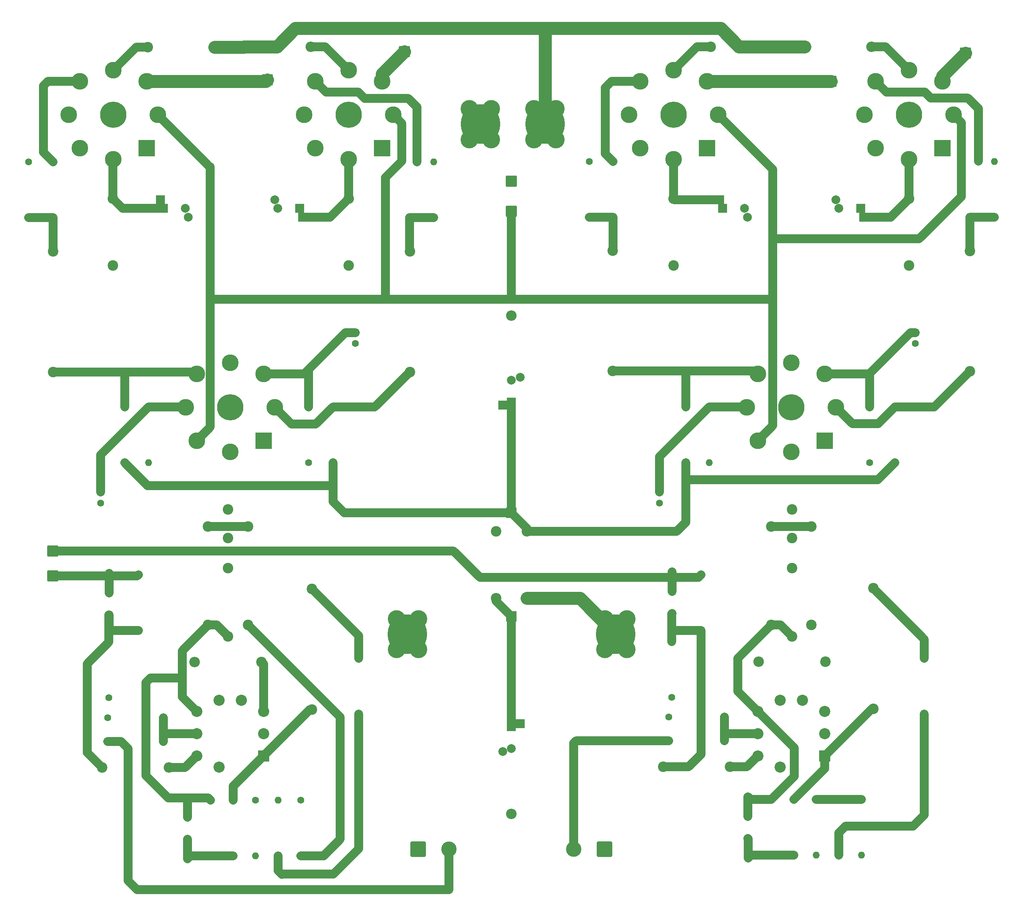
<source format=gbr>
%TF.GenerationSoftware,KiCad,Pcbnew,(6.0.0)*%
%TF.CreationDate,2022-02-22T13:29:25+00:00*%
%TF.ProjectId,Audionote Kit four v2,41756469-6f6e-46f7-9465-204b69742066,rev?*%
%TF.SameCoordinates,Original*%
%TF.FileFunction,Copper,L1,Top*%
%TF.FilePolarity,Positive*%
%FSLAX46Y46*%
G04 Gerber Fmt 4.6, Leading zero omitted, Abs format (unit mm)*
G04 Created by KiCad (PCBNEW (6.0.0)) date 2022-02-22 13:29:25*
%MOMM*%
%LPD*%
G01*
G04 APERTURE LIST*
G04 Aperture macros list*
%AMRoundRect*
0 Rectangle with rounded corners*
0 $1 Rounding radius*
0 $2 $3 $4 $5 $6 $7 $8 $9 X,Y pos of 4 corners*
0 Add a 4 corners polygon primitive as box body*
4,1,4,$2,$3,$4,$5,$6,$7,$8,$9,$2,$3,0*
0 Add four circle primitives for the rounded corners*
1,1,$1+$1,$2,$3*
1,1,$1+$1,$4,$5*
1,1,$1+$1,$6,$7*
1,1,$1+$1,$8,$9*
0 Add four rect primitives between the rounded corners*
20,1,$1+$1,$2,$3,$4,$5,0*
20,1,$1+$1,$4,$5,$6,$7,0*
20,1,$1+$1,$6,$7,$8,$9,0*
20,1,$1+$1,$8,$9,$2,$3,0*%
G04 Aperture macros list end*
%TA.AperFunction,ComponentPad*%
%ADD10C,1.600000*%
%TD*%
%TA.AperFunction,ComponentPad*%
%ADD11O,1.600000X1.600000*%
%TD*%
%TA.AperFunction,ComponentPad*%
%ADD12R,2.000000X2.000000*%
%TD*%
%TA.AperFunction,ComponentPad*%
%ADD13C,2.000000*%
%TD*%
%TA.AperFunction,ComponentPad*%
%ADD14C,2.400000*%
%TD*%
%TA.AperFunction,ComponentPad*%
%ADD15O,2.400000X2.400000*%
%TD*%
%TA.AperFunction,ComponentPad*%
%ADD16C,4.000000*%
%TD*%
%TA.AperFunction,ComponentPad*%
%ADD17C,9.000000*%
%TD*%
%TA.AperFunction,ComponentPad*%
%ADD18RoundRect,0.249999X-1.025001X-1.025001X1.025001X-1.025001X1.025001X1.025001X-1.025001X1.025001X0*%
%TD*%
%TA.AperFunction,ComponentPad*%
%ADD19C,6.000000*%
%TD*%
%TA.AperFunction,ComponentPad*%
%ADD20R,3.810000X3.810000*%
%TD*%
%TA.AperFunction,ComponentPad*%
%ADD21C,3.810000*%
%TD*%
%TA.AperFunction,ComponentPad*%
%ADD22R,2.400000X2.400000*%
%TD*%
%TA.AperFunction,ComponentPad*%
%ADD23R,2.540000X2.540000*%
%TD*%
%TA.AperFunction,ComponentPad*%
%ADD24C,2.540000*%
%TD*%
%TA.AperFunction,ComponentPad*%
%ADD25R,1.600000X1.600000*%
%TD*%
%TA.AperFunction,ComponentPad*%
%ADD26RoundRect,0.249999X-1.025001X1.025001X-1.025001X-1.025001X1.025001X-1.025001X1.025001X1.025001X0*%
%TD*%
%TA.AperFunction,ComponentPad*%
%ADD27RoundRect,0.250002X1.499998X1.499998X-1.499998X1.499998X-1.499998X-1.499998X1.499998X-1.499998X0*%
%TD*%
%TA.AperFunction,ComponentPad*%
%ADD28C,3.500000*%
%TD*%
%TA.AperFunction,ComponentPad*%
%ADD29RoundRect,0.250002X-1.499998X-1.499998X1.499998X-1.499998X1.499998X1.499998X-1.499998X1.499998X0*%
%TD*%
%TA.AperFunction,Conductor*%
%ADD30C,2.000000*%
%TD*%
%TA.AperFunction,Conductor*%
%ADD31C,3.000000*%
%TD*%
G04 APERTURE END LIST*
D10*
%TO.P,R35,1*%
%TO.N,Net-(C21-Pad2)*%
X229793149Y-215290000D03*
D11*
%TO.P,R35,2*%
%TO.N,+V3*%
X229793149Y-227990000D03*
%TD*%
D10*
%TO.P,R20,1*%
%TO.N,GND*%
X60510000Y-69850000D03*
D11*
%TO.P,R20,2*%
%TO.N,Net-(C12-Pad2)*%
X60510000Y-82550000D03*
%TD*%
D10*
%TO.P,6,1*%
%TO.N,+V3*%
X96677205Y-228790000D03*
%TD*%
%TO.P,1,2*%
%TO.N,Net-(C21-Pad2)*%
X224500590Y-216131181D03*
%TD*%
D12*
%TO.P,C15,1*%
%TO.N,Net-(C15-Pad1)*%
X91201072Y-80470000D03*
X90528928Y-78470000D03*
D13*
%TO.P,C15,2*%
%TO.N,GND*%
X96873216Y-82470000D03*
X96201072Y-80470000D03*
%TD*%
D10*
%TO.P,,1*%
%TO.N,LFb*%
X78860000Y-165160000D03*
%TD*%
D14*
%TO.P,R53,1*%
%TO.N,GND*%
X207550000Y-93530000D03*
D15*
%TO.P,R53,2*%
%TO.N,Net-(C31-Pad1)*%
X207550000Y-78290000D03*
%TD*%
D10*
%TO.P,2,2*%
%TO.N,Net-(C21-Pad2)*%
X224500590Y-217631181D03*
%TD*%
D14*
%TO.P,R37,1*%
%TO.N,Net-(C19-Pad2)*%
X205160000Y-207840000D03*
D15*
%TO.P,R37,2*%
%TO.N,Net-(R37-Pad2)*%
X220400000Y-207840000D03*
%TD*%
D10*
%TO.P,,1*%
%TO.N,LFb*%
X78860000Y-166660000D03*
%TD*%
%TO.P,R13,1*%
%TO.N,Net-(C6-Pad2)*%
X135750000Y-183040000D03*
D11*
%TO.P,R13,2*%
%TO.N,Net-(R12-Pad1)*%
X135750000Y-195740000D03*
%TD*%
D10*
%TO.P,R34,1*%
%TO.N,GND*%
X207132957Y-192006184D03*
D11*
%TO.P,R34,2*%
%TO.N,Net-(C19-Pad2)*%
X207132957Y-179306184D03*
%TD*%
D16*
%TO.P,REF\u002A\u002A,1*%
%TO.N,+V1*%
X180673800Y-64760400D03*
X180673800Y-57750000D03*
X175670000Y-64760400D03*
X175670000Y-57750000D03*
D17*
X178210000Y-61260400D03*
%TD*%
D14*
%TO.P,R26,1*%
%TO.N,Net-(R26-Pad1)*%
X87648640Y-43693914D03*
D15*
%TO.P,R26,2*%
%TO.N,+V1*%
X102888640Y-43693914D03*
%TD*%
D14*
%TO.P,C12,1*%
%TO.N,Net-(C12-Pad1)*%
X66039337Y-117774579D03*
%TO.P,C12,2*%
%TO.N,Net-(C12-Pad2)*%
X66039337Y-90274579D03*
%TD*%
%TO.P,,2*%
%TO.N,Net-(C7-Pad2)*%
X105950000Y-155650000D03*
%TD*%
D18*
%TO.P,RFb,1,Pin_1*%
%TO.N,RFb*%
X66020000Y-158590687D03*
%TD*%
D10*
%TO.P,,1*%
%TO.N,LFb*%
X78860000Y-163660000D03*
%TD*%
D19*
%TO.P,U3,*%
%TO.N,*%
X79753555Y-59146499D03*
D20*
%TO.P,U3,1*%
%TO.N,N/C*%
X87373555Y-66766499D03*
D21*
%TO.P,U3,2,H*%
%TO.N,F1a*%
X89913555Y-59146499D03*
%TO.P,U3,3,P*%
%TO.N,LPa*%
X87373555Y-51526499D03*
%TO.P,U3,4,Gs*%
%TO.N,Net-(R26-Pad1)*%
X79753555Y-48986499D03*
%TO.P,U3,5,G*%
%TO.N,Net-(R22-Pad2)*%
X72133555Y-51526499D03*
%TO.P,U3,6*%
%TO.N,N/C*%
X69593555Y-59146499D03*
%TO.P,U3,7,H*%
%TO.N,F1b*%
X72133555Y-66766499D03*
%TO.P,U3,8,K*%
%TO.N,Net-(C15-Pad1)*%
X79753555Y-69306499D03*
%TD*%
D18*
%TO.P,F1a,1,Pin_1*%
%TO.N,F1b*%
X170576000Y-74310000D03*
%TD*%
D22*
%TO.P,REF\u002A\u002A,1*%
%TO.N,+V4*%
X170560000Y-149900000D03*
D15*
%TO.P,REF\u002A\u002A,2*%
%TO.N,GND*%
X170560000Y-104900000D03*
%TD*%
D23*
%TO.P,U1,1,A*%
%TO.N,Net-(C6-Pad1)*%
X114030000Y-205316894D03*
D24*
%TO.P,U1,2,G*%
%TO.N,Net-(R10-Pad1)*%
X114030000Y-200236894D03*
%TO.P,U1,3,K*%
%TO.N,Net-(R9-Pad1)*%
X114030000Y-195156894D03*
%TO.P,U1,4,F*%
%TO.N,F2+*%
X108950000Y-192616894D03*
%TO.P,U1,5,F*%
%TO.N,GND*%
X103870000Y-192616894D03*
%TO.P,U1,6,A*%
%TO.N,Net-(C4-Pad2)*%
X98790000Y-195156894D03*
%TO.P,U1,7,G*%
%TO.N,Net-(R1-Pad2)*%
X98790000Y-200236894D03*
%TO.P,U1,8,K*%
%TO.N,Net-(R8-Pad2)*%
X98790000Y-205316894D03*
%TO.P,U1,9,_*%
%TO.N,unconnected-(U1-Pad9)*%
X103870000Y-207856894D03*
%TD*%
D10*
%TO.P,R12,1*%
%TO.N,Net-(R12-Pad1)*%
X117397441Y-228120000D03*
D11*
%TO.P,R12,2*%
%TO.N,Net-(R10-Pad1)*%
X117397441Y-215420000D03*
%TD*%
D10*
%TO.P,,2*%
%TO.N,Net-(C21-Pad2)*%
X224500590Y-214631181D03*
%TD*%
%TO.P,3,1*%
%TO.N,+V3*%
X224550000Y-227100000D03*
%TD*%
D14*
%TO.P,R27,1*%
%TO.N,+V1*%
X109540096Y-43643914D03*
D15*
%TO.P,R27,2*%
%TO.N,Net-(R27-Pad2)*%
X124780096Y-43643914D03*
%TD*%
D10*
%TO.P,R3,1*%
%TO.N,Net-(C1-Pad2)*%
X85510000Y-176720000D03*
D11*
%TO.P,R3,2*%
%TO.N,LFb*%
X85510000Y-164020000D03*
%TD*%
D10*
%TO.P,R21,1*%
%TO.N,Net-(C11-Pad2)*%
X152830000Y-82550000D03*
D11*
%TO.P,R21,2*%
%TO.N,GND*%
X152830000Y-69850000D03*
%TD*%
D18*
%TO.P,F1b,1,Pin_1*%
%TO.N,F1a*%
X170576000Y-81101867D03*
%TD*%
D10*
%TO.P,R14,1*%
%TO.N,Net-(C9-Pad1)*%
X87850000Y-125790000D03*
D11*
%TO.P,R14,2*%
%TO.N,GND*%
X87850000Y-138490000D03*
%TD*%
D10*
%TO.P,7,2*%
%TO.N,Net-(C4-Pad2)*%
X96677205Y-216379483D03*
%TD*%
%TO.P,R22,1*%
%TO.N,Net-(C12-Pad2)*%
X66040000Y-82550000D03*
D11*
%TO.P,R22,2*%
%TO.N,Net-(R22-Pad2)*%
X66040000Y-69850000D03*
%TD*%
D18*
%TO.P,J12,1,Pin_1*%
%TO.N,RPb*%
X274091039Y-45080000D03*
%TD*%
%TO.P,J9,1,Pin_1*%
%TO.N,LPa*%
X114948544Y-51170000D03*
%TD*%
D10*
%TO.P,R4,1*%
%TO.N,GND*%
X78801979Y-192046184D03*
D11*
%TO.P,R4,2*%
%TO.N,Net-(C1-Pad2)*%
X78801979Y-179346184D03*
%TD*%
D16*
%TO.P,REF\u002A\u002A,+V2*%
%TO.N,N/C*%
X196870000Y-174065000D03*
D17*
%TO.P,REF\u002A\u002A,1*%
%TO.N,+V2*%
X194330000Y-177565000D03*
D16*
X196870000Y-181075400D03*
X191866200Y-181075400D03*
X191866200Y-174065000D03*
%TD*%
D10*
%TO.P,C1,1*%
%TO.N,LFb*%
X78860000Y-168140000D03*
%TO.P,C1,2*%
%TO.N,Net-(C1-Pad2)*%
X78860000Y-173140000D03*
%TD*%
D14*
%TO.P,R24,1*%
%TO.N,GND*%
X79710555Y-93530000D03*
D15*
%TO.P,R24,2*%
%TO.N,Net-(C15-Pad1)*%
X79710555Y-78290000D03*
%TD*%
D14*
%TO.P,,2*%
%TO.N,Net-(C24-Pad2)*%
X234520212Y-155650000D03*
%TD*%
D19*
%TO.P,U4,*%
%TO.N,*%
X133451899Y-59130000D03*
D20*
%TO.P,U4,1*%
%TO.N,N/C*%
X141071899Y-66750000D03*
D21*
%TO.P,U4,2,H*%
%TO.N,F1a*%
X143611899Y-59130000D03*
%TO.P,U4,3,P*%
%TO.N,LPb*%
X141071899Y-51510000D03*
%TO.P,U4,4,Gs*%
%TO.N,Net-(R27-Pad2)*%
X133451899Y-48970000D03*
%TO.P,U4,5,G*%
%TO.N,Net-(R23-Pad1)*%
X125831899Y-51510000D03*
%TO.P,U4,6*%
%TO.N,N/C*%
X123291899Y-59130000D03*
%TO.P,U4,7,H*%
%TO.N,F1b*%
X125831899Y-66750000D03*
%TO.P,U4,8,K*%
%TO.N,Net-(C16-Pad1)*%
X133451899Y-69290000D03*
%TD*%
D10*
%TO.P,R32,1*%
%TO.N,GND*%
X206430000Y-196488141D03*
D11*
%TO.P,R32,2*%
%TO.N,Net-(R31-Pad2)*%
X219130000Y-196488141D03*
%TD*%
D12*
%TO.P,C31,1*%
%TO.N,Net-(C31-Pad1)*%
X218728198Y-80470000D03*
X218056054Y-78470000D03*
D13*
%TO.P,C31,2*%
%TO.N,GND*%
X224400342Y-82470000D03*
X223728198Y-80470000D03*
%TD*%
D10*
%TO.P,R50,1*%
%TO.N,Net-(C28-Pad2)*%
X280664958Y-82460000D03*
D11*
%TO.P,R50,2*%
%TO.N,GND*%
X280664958Y-69760000D03*
%TD*%
D14*
%TO.P,R38,1*%
%TO.N,Net-(R38-Pad1)*%
X242140212Y-183840000D03*
D15*
%TO.P,R38,2*%
%TO.N,GND*%
X226900212Y-183840000D03*
%TD*%
D10*
%TO.P,R45,1*%
%TO.N,Net-(C29-Pad1)*%
X210320000Y-125790000D03*
D11*
%TO.P,R45,2*%
%TO.N,+V4*%
X210320000Y-138490000D03*
%TD*%
D14*
%TO.P,R9,1*%
%TO.N,Net-(R9-Pad1)*%
X113590000Y-183880000D03*
D15*
%TO.P,R9,2*%
%TO.N,GND*%
X98350000Y-183880000D03*
%TD*%
D10*
%TO.P,R46,1*%
%TO.N,+V4*%
X257962382Y-138490000D03*
D11*
%TO.P,R46,2*%
%TO.N,Net-(C28-Pad1)*%
X257962382Y-125790000D03*
%TD*%
D10*
%TO.P,R15,1*%
%TO.N,GND*%
X124317802Y-138450000D03*
D11*
%TO.P,R15,2*%
%TO.N,Net-(C10-Pad1)*%
X124317802Y-125750000D03*
%TD*%
D12*
%TO.P,C16,1*%
%TO.N,Net-(C16-Pad1)*%
X122275052Y-80470000D03*
X122947196Y-82470000D03*
D13*
%TO.P,C16,2*%
%TO.N,GND*%
X116602908Y-78470000D03*
X117275052Y-80470000D03*
%TD*%
D14*
%TO.P,,2*%
%TO.N,Net-(C7-Pad2)*%
X105950000Y-162490000D03*
%TD*%
D12*
%TO.P,C8,1*%
%TO.N,+V4*%
X168560000Y-125342544D03*
X170560000Y-124670400D03*
D13*
%TO.P,C8,2*%
%TO.N,GND*%
X172560000Y-118998256D03*
X170560000Y-119670400D03*
%TD*%
D10*
%TO.P,R36,1*%
%TO.N,+V3*%
X234935708Y-227990000D03*
D11*
%TO.P,R36,2*%
%TO.N,Net-(C23-Pad1)*%
X234935708Y-215290000D03*
%TD*%
D14*
%TO.P,C22,1*%
%TO.N,Net-(C21-Pad2)*%
X229818408Y-175480000D03*
%TO.P,C22,2*%
%TO.N,Net-(C22-Pad2)*%
X229818408Y-152980000D03*
%TD*%
D12*
%TO.P,C32,1*%
%TO.N,Net-(C32-Pad1)*%
X250915005Y-82470000D03*
X250242861Y-80470000D03*
D13*
%TO.P,C32,2*%
%TO.N,GND*%
X244570717Y-78470000D03*
X245242861Y-80470000D03*
%TD*%
D10*
%TO.P,R33,1*%
%TO.N,Net-(C19-Pad2)*%
X213830000Y-176690000D03*
D11*
%TO.P,R33,2*%
%TO.N,RFb*%
X213830000Y-163990000D03*
%TD*%
D10*
%TO.P,R10,1*%
%TO.N,Net-(R10-Pad1)*%
X112240000Y-215420000D03*
D11*
%TO.P,R10,2*%
%TO.N,GND*%
X112240000Y-228120000D03*
%TD*%
D14*
%TO.P,,2*%
%TO.N,Net-(C24-Pad2)*%
X234520212Y-149090000D03*
%TD*%
D10*
%TO.P,,1*%
%TO.N,RFb*%
X207180000Y-163310000D03*
%TD*%
D25*
%TO.P,C26,1*%
%TO.N,Net-(C26-Pad1)*%
X204339529Y-145178551D03*
D10*
%TO.P,C26,2*%
%TO.N,GND*%
X204339529Y-147678551D03*
%TD*%
D14*
%TO.P,R56,1*%
%TO.N,+V1*%
X237416753Y-43643914D03*
D15*
%TO.P,R56,2*%
%TO.N,Net-(R56-Pad2)*%
X252656753Y-43643914D03*
%TD*%
D26*
%TO.P,LFb,1,Pin_1*%
%TO.N,LFb*%
X66020000Y-164290687D03*
%TD*%
D10*
%TO.P,R2,1*%
%TO.N,GND*%
X78490000Y-196612166D03*
D11*
%TO.P,R2,2*%
%TO.N,Net-(R1-Pad2)*%
X91190000Y-196612166D03*
%TD*%
D10*
%TO.P,4,1*%
%TO.N,+V3*%
X224550000Y-228600000D03*
%TD*%
%TO.P,C4,1*%
%TO.N,+V3*%
X96677205Y-224280000D03*
%TO.P,C4,2*%
%TO.N,Net-(C4-Pad2)*%
X96677205Y-219280000D03*
%TD*%
%TO.P,5,1*%
%TO.N,+V3*%
X96677205Y-227290000D03*
%TD*%
D12*
%TO.P,C2,1*%
%TO.N,+V3*%
X170560000Y-198635757D03*
X172560000Y-197963613D03*
D13*
%TO.P,C2,2*%
%TO.N,GND*%
X170560000Y-203635757D03*
X168560000Y-204307901D03*
%TD*%
D10*
%TO.P,R41,1*%
%TO.N,Net-(R41-Pad1)*%
X245220826Y-227990000D03*
D11*
%TO.P,R41,2*%
%TO.N,Net-(R39-Pad1)*%
X245220826Y-215290000D03*
%TD*%
D10*
%TO.P,,1*%
%TO.N,+V3*%
X224550000Y-225600000D03*
%TD*%
D14*
%TO.P,R54,1*%
%TO.N,GND*%
X261230000Y-93530000D03*
D15*
%TO.P,R54,2*%
%TO.N,Net-(C32-Pad1)*%
X261230000Y-78290000D03*
%TD*%
D14*
%TO.P,C11,1*%
%TO.N,Net-(C11-Pad1)*%
X147389381Y-117774579D03*
%TO.P,C11,2*%
%TO.N,Net-(C11-Pad2)*%
X147389381Y-90274579D03*
%TD*%
%TO.P,,2*%
%TO.N,Net-(C24-Pad2)*%
X234520212Y-162490000D03*
%TD*%
D23*
%TO.P,U5,1,A*%
%TO.N,Net-(C23-Pad1)*%
X242008408Y-205306894D03*
D24*
%TO.P,U5,2,G*%
%TO.N,Net-(R39-Pad1)*%
X242008408Y-200226894D03*
%TO.P,U5,3,K*%
%TO.N,Net-(R38-Pad1)*%
X242008408Y-195146894D03*
%TO.P,U5,4,F*%
%TO.N,F2+*%
X236928408Y-192606894D03*
%TO.P,U5,5,F*%
%TO.N,GND*%
X231848408Y-192606894D03*
%TO.P,U5,6,A*%
%TO.N,Net-(C21-Pad2)*%
X226768408Y-195146894D03*
%TO.P,U5,7,G*%
%TO.N,Net-(R31-Pad2)*%
X226768408Y-200226894D03*
%TO.P,U5,8,K*%
%TO.N,Net-(R37-Pad2)*%
X226768408Y-205306894D03*
%TO.P,U5,9,_*%
%TO.N,unconnected-(U5-Pad9)*%
X231848408Y-207846894D03*
%TD*%
D10*
%TO.P,,2*%
%TO.N,Net-(C4-Pad2)*%
X96677205Y-214879483D03*
%TD*%
%TO.P,R39,1*%
%TO.N,Net-(R39-Pad1)*%
X240078267Y-215290000D03*
D11*
%TO.P,R39,2*%
%TO.N,GND*%
X240078267Y-227990000D03*
%TD*%
D14*
%TO.P,C28,1*%
%TO.N,Net-(C28-Pad1)*%
X275134737Y-117660000D03*
%TO.P,C28,2*%
%TO.N,Net-(C28-Pad2)*%
X275134737Y-90160000D03*
%TD*%
%TO.P,R55,1*%
%TO.N,Net-(R55-Pad1)*%
X216009124Y-43643914D03*
D15*
%TO.P,R55,2*%
%TO.N,+V1*%
X231249124Y-43643914D03*
%TD*%
D10*
%TO.P,R44,1*%
%TO.N,GND*%
X252222382Y-138490000D03*
D11*
%TO.P,R44,2*%
%TO.N,Net-(C27-Pad1)*%
X252222382Y-125790000D03*
%TD*%
D10*
%TO.P,,2*%
%TO.N,Net-(C19-Pad2)*%
X207140000Y-174340000D03*
%TD*%
D14*
%TO.P,C5,1*%
%TO.N,Net-(C4-Pad2)*%
X101400000Y-175480000D03*
%TO.P,C5,2*%
%TO.N,Net-(C5-Pad2)*%
X101400000Y-152980000D03*
%TD*%
D19*
%TO.P,U7,*%
%TO.N,*%
X207550000Y-59120000D03*
D20*
%TO.P,U7,1*%
%TO.N,N/C*%
X215170000Y-66740000D03*
D21*
%TO.P,U7,2,H*%
%TO.N,F1a*%
X217710000Y-59120000D03*
%TO.P,U7,3,P*%
%TO.N,RPa*%
X215170000Y-51500000D03*
%TO.P,U7,4,Gs*%
%TO.N,Net-(R55-Pad1)*%
X207550000Y-48960000D03*
%TO.P,U7,5,G*%
%TO.N,Net-(R51-Pad2)*%
X199930000Y-51500000D03*
%TO.P,U7,6*%
%TO.N,N/C*%
X197390000Y-59120000D03*
%TO.P,U7,7,H*%
%TO.N,F1b*%
X199930000Y-66740000D03*
%TO.P,U7,8,K*%
%TO.N,Net-(C31-Pad1)*%
X207550000Y-69280000D03*
%TD*%
D10*
%TO.P,,2*%
%TO.N,Net-(C1-Pad2)*%
X78840000Y-174650000D03*
%TD*%
%TO.P,9,2*%
%TO.N,Net-(C1-Pad2)*%
X78840000Y-176150000D03*
%TD*%
D25*
%TO.P,C10,1*%
%TO.N,Net-(C10-Pad1)*%
X134945847Y-108803959D03*
D10*
%TO.P,C10,2*%
%TO.N,GND*%
X134945847Y-111303959D03*
%TD*%
%TO.P,,1*%
%TO.N,+V3*%
X96677205Y-225790000D03*
%TD*%
%TO.P,,2*%
%TO.N,Net-(C19-Pad2)*%
X207140000Y-177340000D03*
%TD*%
D14*
%TO.P,C7,1*%
%TO.N,Net-(C5-Pad2)*%
X110540000Y-152980000D03*
%TO.P,C7,2*%
%TO.N,Net-(C7-Pad2)*%
X110540000Y-175480000D03*
%TD*%
%TO.P,C29,1*%
%TO.N,Net-(C29-Pad1)*%
X193684892Y-117580000D03*
%TO.P,C29,2*%
%TO.N,Net-(C29-Pad2)*%
X193684892Y-90080000D03*
%TD*%
D10*
%TO.P,R17,1*%
%TO.N,+V4*%
X129870000Y-138450000D03*
D11*
%TO.P,R17,2*%
%TO.N,Net-(C11-Pad1)*%
X129870000Y-125750000D03*
%TD*%
D18*
%TO.P,J10,1,Pin_1*%
%TO.N,LPb*%
X146151135Y-44760000D03*
%TD*%
D10*
%TO.P,C21,1*%
%TO.N,+V3*%
X224500590Y-224140000D03*
%TO.P,C21,2*%
%TO.N,Net-(C21-Pad2)*%
X224500590Y-219140000D03*
%TD*%
D22*
%TO.P,REF\u002A\u002A,1*%
%TO.N,+V3*%
X170560000Y-173540000D03*
D15*
%TO.P,REF\u002A\u002A,2*%
%TO.N,GND*%
X170560000Y-218540000D03*
%TD*%
D10*
%TO.P,R51,1*%
%TO.N,Net-(C29-Pad2)*%
X193758643Y-82520000D03*
D11*
%TO.P,R51,2*%
%TO.N,Net-(R51-Pad2)*%
X193758643Y-69820000D03*
%TD*%
D25*
%TO.P,C9,1*%
%TO.N,Net-(C9-Pad1)*%
X76936617Y-145178551D03*
D10*
%TO.P,C9,2*%
%TO.N,GND*%
X76936617Y-147678551D03*
%TD*%
%TO.P,R31,1*%
%TO.N,Net-(R31-Pad1)*%
X206430000Y-201839070D03*
D11*
%TO.P,R31,2*%
%TO.N,Net-(R31-Pad2)*%
X219130000Y-201839070D03*
%TD*%
D10*
%TO.P,,2*%
%TO.N,Net-(C19-Pad2)*%
X207140000Y-175840000D03*
%TD*%
D14*
%TO.P,R19,1*%
%TO.N,+V2*%
X174080000Y-169400163D03*
D15*
%TO.P,R19,2*%
%TO.N,+V4*%
X174080000Y-154160163D03*
%TD*%
D18*
%TO.P,J11,1,Pin_1*%
%TO.N,RPa*%
X243429904Y-51470000D03*
%TD*%
D14*
%TO.P,C6,1*%
%TO.N,Net-(C6-Pad1)*%
X125050000Y-194740000D03*
%TO.P,C6,2*%
%TO.N,Net-(C6-Pad2)*%
X125050000Y-167240000D03*
%TD*%
D10*
%TO.P,10,2*%
%TO.N,Net-(C1-Pad2)*%
X78840000Y-177650000D03*
%TD*%
D27*
%TO.P,In Right ,1,In*%
%TO.N,GND*%
X191800000Y-226579930D03*
D28*
%TO.P,In Right ,2,Ext*%
%TO.N,Net-(R31-Pad1)*%
X184800000Y-226579930D03*
%TD*%
D16*
%TO.P,REF\u002A\u002A,1*%
%TO.N,GND*%
X165988239Y-57750000D03*
X160984439Y-57750000D03*
X160984439Y-64760400D03*
X165988239Y-64760400D03*
D17*
X163524439Y-61260400D03*
%TD*%
D10*
%TO.P,R5,1*%
%TO.N,Net-(C4-Pad2)*%
X101969764Y-215430000D03*
D11*
%TO.P,R5,2*%
%TO.N,+V3*%
X101969764Y-228130000D03*
%TD*%
D19*
%TO.P,U8,*%
%TO.N,*%
X261230000Y-59120000D03*
D20*
%TO.P,U8,1*%
%TO.N,N/C*%
X268850000Y-66740000D03*
D21*
%TO.P,U8,2,H*%
%TO.N,F1a*%
X271390000Y-59120000D03*
%TO.P,U8,3,P*%
%TO.N,RPb*%
X268850000Y-51500000D03*
%TO.P,U8,4,Gs*%
%TO.N,Net-(R56-Pad2)*%
X261230000Y-48960000D03*
%TO.P,U8,5,G*%
%TO.N,Net-(R52-Pad1)*%
X253610000Y-51500000D03*
%TO.P,U8,6*%
%TO.N,N/C*%
X251070000Y-59120000D03*
%TO.P,U8,7,H*%
%TO.N,F1b*%
X253610000Y-66740000D03*
%TO.P,U8,8,K*%
%TO.N,Net-(C32-Pad1)*%
X261230000Y-69280000D03*
%TD*%
D10*
%TO.P,,1*%
%TO.N,RFb*%
X207180000Y-166310000D03*
%TD*%
%TO.P,R16,1*%
%TO.N,Net-(C12-Pad1)*%
X82384758Y-125789615D03*
D11*
%TO.P,R16,2*%
%TO.N,+V4*%
X82384758Y-138489615D03*
%TD*%
D14*
%TO.P,C24,1*%
%TO.N,Net-(C22-Pad2)*%
X238958408Y-152980000D03*
%TO.P,C24,2*%
%TO.N,Net-(C24-Pad2)*%
X238958408Y-175480000D03*
%TD*%
D10*
%TO.P,8,2*%
%TO.N,Net-(C4-Pad2)*%
X96677205Y-217879483D03*
%TD*%
%TO.P,R42,1*%
%TO.N,Net-(C23-Pad2)*%
X264700000Y-183040000D03*
D11*
%TO.P,R42,2*%
%TO.N,Net-(R41-Pad1)*%
X264700000Y-195740000D03*
%TD*%
D19*
%TO.P,U2,*%
%TO.N,*%
X106410000Y-125808979D03*
D20*
%TO.P,U2,1,G*%
%TO.N,Net-(C6-Pad2)*%
X114030000Y-133428979D03*
D21*
%TO.P,U2,2,A*%
%TO.N,Net-(C11-Pad1)*%
X116570000Y-125808979D03*
%TO.P,U2,3,K*%
%TO.N,Net-(C10-Pad1)*%
X114030000Y-118188979D03*
%TO.P,U2,4,G*%
%TO.N,Net-(C7-Pad2)*%
X106410000Y-115648979D03*
%TO.P,U2,5,A*%
%TO.N,Net-(C12-Pad1)*%
X98790000Y-118188979D03*
%TO.P,U2,6,K*%
%TO.N,Net-(C9-Pad1)*%
X96250000Y-125808979D03*
%TO.P,U2,7,F*%
%TO.N,F1a*%
X98790000Y-133428979D03*
%TO.P,U2,8,F*%
%TO.N,F1b*%
X106410000Y-135968979D03*
%TD*%
D10*
%TO.P,R52,1*%
%TO.N,Net-(R52-Pad1)*%
X277010035Y-69740000D03*
D11*
%TO.P,R52,2*%
%TO.N,Net-(C28-Pad2)*%
X277010035Y-82440000D03*
%TD*%
D10*
%TO.P,,1*%
%TO.N,RFb*%
X207180000Y-164810000D03*
%TD*%
%TO.P,R49,1*%
%TO.N,GND*%
X188342004Y-69820000D03*
D11*
%TO.P,R49,2*%
%TO.N,Net-(C29-Pad2)*%
X188342004Y-82520000D03*
%TD*%
D14*
%TO.P,,1*%
%TO.N,Net-(C4-Pad2)*%
X105950000Y-178040000D03*
%TD*%
D10*
%TO.P,R1,1*%
%TO.N,Net-(R1-Pad1)*%
X78490000Y-202002975D03*
D11*
%TO.P,R1,2*%
%TO.N,Net-(R1-Pad2)*%
X91190000Y-202002975D03*
%TD*%
D10*
%TO.P,R43,1*%
%TO.N,Net-(C26-Pad1)*%
X215680000Y-125790000D03*
D11*
%TO.P,R43,2*%
%TO.N,GND*%
X215680000Y-138490000D03*
%TD*%
D19*
%TO.P,U6,*%
%TO.N,*%
X234388408Y-125798979D03*
D20*
%TO.P,U6,1,G*%
%TO.N,Net-(C23-Pad2)*%
X242008408Y-133418979D03*
D21*
%TO.P,U6,2,A*%
%TO.N,Net-(C28-Pad1)*%
X244548408Y-125798979D03*
%TO.P,U6,3,K*%
%TO.N,Net-(C27-Pad1)*%
X242008408Y-118178979D03*
%TO.P,U6,4,G*%
%TO.N,Net-(C24-Pad2)*%
X234388408Y-115638979D03*
%TO.P,U6,5,A*%
%TO.N,Net-(C29-Pad1)*%
X226768408Y-118178979D03*
%TO.P,U6,6,K*%
%TO.N,Net-(C26-Pad1)*%
X224228408Y-125798979D03*
%TO.P,U6,7,F*%
%TO.N,F1a*%
X226768408Y-133418979D03*
%TO.P,U6,8,F*%
%TO.N,F1b*%
X234388408Y-135958979D03*
%TD*%
D14*
%TO.P,R8,1*%
%TO.N,Net-(C1-Pad2)*%
X77260000Y-207964025D03*
D15*
%TO.P,R8,2*%
%TO.N,Net-(R8-Pad2)*%
X92500000Y-207964025D03*
%TD*%
D10*
%TO.P,R11,1*%
%TO.N,Net-(R10-Pad1)*%
X122540000Y-215420000D03*
D11*
%TO.P,R11,2*%
%TO.N,Net-(C7-Pad2)*%
X122540000Y-228120000D03*
%TD*%
D25*
%TO.P,C27,1*%
%TO.N,Net-(C27-Pad1)*%
X262660000Y-108803959D03*
D10*
%TO.P,C27,2*%
%TO.N,GND*%
X262660000Y-111303959D03*
%TD*%
D14*
%TO.P,,2*%
%TO.N,Net-(C7-Pad2)*%
X105950000Y-149090000D03*
%TD*%
%TO.P,R18,1*%
%TO.N,+V2*%
X167040000Y-154150000D03*
D15*
%TO.P,R18,2*%
%TO.N,+V3*%
X167040000Y-169390000D03*
%TD*%
D10*
%TO.P,R40,1*%
%TO.N,Net-(R39-Pad1)*%
X250363385Y-215290000D03*
D11*
%TO.P,R40,2*%
%TO.N,Net-(C24-Pad2)*%
X250363385Y-227990000D03*
%TD*%
D10*
%TO.P,R23,1*%
%TO.N,Net-(R23-Pad1)*%
X149065427Y-69850000D03*
D11*
%TO.P,R23,2*%
%TO.N,Net-(C11-Pad2)*%
X149065427Y-82550000D03*
%TD*%
D29*
%TO.P,IN Left,1,In*%
%TO.N,GND*%
X149290000Y-226579930D03*
D28*
%TO.P,IN Left,2,Ext*%
%TO.N,Net-(R1-Pad1)*%
X156290000Y-226579930D03*
%TD*%
D14*
%TO.P,R25,1*%
%TO.N,GND*%
X133461986Y-93490000D03*
D15*
%TO.P,R25,2*%
%TO.N,Net-(C16-Pad1)*%
X133461986Y-78250000D03*
%TD*%
D10*
%TO.P,R6,1*%
%TO.N,+V3*%
X107112323Y-228130000D03*
D11*
%TO.P,R6,2*%
%TO.N,Net-(C6-Pad1)*%
X107112323Y-215430000D03*
%TD*%
D14*
%TO.P,C23,1*%
%TO.N,Net-(C23-Pad1)*%
X253090000Y-194610000D03*
%TO.P,C23,2*%
%TO.N,Net-(C23-Pad2)*%
X253090000Y-167110000D03*
%TD*%
%TO.P,,1*%
%TO.N,Net-(C21-Pad2)*%
X234520212Y-178040000D03*
%TD*%
D10*
%TO.P,C19,1*%
%TO.N,RFb*%
X207180000Y-167840000D03*
%TO.P,C19,2*%
%TO.N,Net-(C19-Pad2)*%
X207180000Y-172840000D03*
%TD*%
D16*
%TO.P,REF\u002A\u002A,1*%
%TO.N,F2+*%
X149380000Y-174065000D03*
X144376200Y-174065000D03*
X149380000Y-181075400D03*
D17*
X146840000Y-177565000D03*
D16*
X144376200Y-181075400D03*
%TD*%
D30*
%TO.N,LFb*%
X85239313Y-164290687D02*
X85510000Y-164020000D01*
X66020000Y-164290687D02*
X85239313Y-164290687D01*
X78860000Y-163660000D02*
X78860000Y-168140000D01*
%TO.N,Net-(C1-Pad2)*%
X83760000Y-176740000D02*
X82310000Y-176740000D01*
X78860000Y-173290000D02*
X78860000Y-173140000D01*
X85540000Y-176690000D02*
X85510000Y-176720000D01*
X82310000Y-176740000D02*
X79040000Y-176740000D01*
X78860000Y-173140000D02*
X78860000Y-176560000D01*
X73840000Y-204544025D02*
X73840000Y-184308163D01*
X83760000Y-176740000D02*
X83780000Y-176720000D01*
X78801979Y-173198021D02*
X78860000Y-173140000D01*
X77260000Y-207964025D02*
X73840000Y-204544025D01*
X78860000Y-176560000D02*
X79040000Y-176740000D01*
X73840000Y-184308163D02*
X78801979Y-179346184D01*
X83780000Y-176720000D02*
X85510000Y-176720000D01*
X78801979Y-179346184D02*
X78801979Y-173198021D01*
%TO.N,+V3*%
X229793149Y-227990000D02*
X225160000Y-227990000D01*
X229793149Y-227990000D02*
X234935708Y-227990000D01*
X167040000Y-170020000D02*
X170560000Y-173540000D01*
X224550000Y-228600000D02*
X224550000Y-224189410D01*
X167040000Y-169390000D02*
X167040000Y-170020000D01*
X97337205Y-228130000D02*
X96677205Y-228790000D01*
X107112323Y-228130000D02*
X100527205Y-228130000D01*
X225160000Y-227990000D02*
X224550000Y-228600000D01*
X224550000Y-224189410D02*
X224500590Y-224140000D01*
X229793149Y-227990000D02*
X228350590Y-227990000D01*
X96677205Y-228790000D02*
X96677205Y-224280000D01*
X101969764Y-228130000D02*
X97337205Y-228130000D01*
X170560000Y-173540000D02*
X170560000Y-198635757D01*
%TO.N,+V4*%
X210320000Y-152100326D02*
X208260163Y-154160163D01*
X132400000Y-149900000D02*
X170560000Y-149900000D01*
X129870000Y-144070000D02*
X129870000Y-147370000D01*
X257962382Y-138490000D02*
X255156191Y-141296191D01*
X129490000Y-143690000D02*
X129870000Y-144070000D01*
X174080000Y-153420000D02*
X170560000Y-149900000D01*
X124630000Y-143690000D02*
X129490000Y-143690000D01*
X129870000Y-138450000D02*
X129870000Y-144070000D01*
X170560000Y-149900000D02*
X170560000Y-138540000D01*
X174080000Y-154160163D02*
X174080000Y-153420000D01*
X210320000Y-142370000D02*
X254082382Y-142370000D01*
X210320000Y-146470000D02*
X210320000Y-152100326D01*
X82384758Y-138489615D02*
X87585143Y-143690000D01*
X210320000Y-138490000D02*
X210320000Y-142370000D01*
X210320000Y-142370000D02*
X210320000Y-146470000D01*
X129870000Y-147370000D02*
X132400000Y-149900000D01*
X170560000Y-138540000D02*
X170560000Y-124670400D01*
X87585143Y-143690000D02*
X124630000Y-143690000D01*
X254082382Y-142370000D02*
X255156191Y-141296191D01*
X174080000Y-154160163D02*
X208260163Y-154160163D01*
%TO.N,Net-(C4-Pad2)*%
X96677205Y-214879483D02*
X96677205Y-219280000D01*
X88763602Y-211366398D02*
X87250000Y-209852795D01*
X103390000Y-175480000D02*
X105950000Y-178040000D01*
X96677205Y-214879483D02*
X92276687Y-214879483D01*
X95520000Y-187590000D02*
X88240000Y-187590000D01*
X92276687Y-214879483D02*
X88763602Y-211366398D01*
X88240000Y-187590000D02*
X87250000Y-188580000D01*
X96677205Y-214879483D02*
X101419247Y-214879483D01*
X101419247Y-214879483D02*
X101969764Y-215430000D01*
X95520000Y-188070000D02*
X95520000Y-187590000D01*
X87250000Y-209852795D02*
X87250000Y-197110000D01*
X95520000Y-191886894D02*
X98790000Y-195156894D01*
X101400000Y-175480000D02*
X95520000Y-181360000D01*
X87250000Y-194950000D02*
X87240000Y-194940000D01*
X87250000Y-188580000D02*
X87250000Y-197110000D01*
X95520000Y-187590000D02*
X95520000Y-191886894D01*
X87250000Y-197110000D02*
X87250000Y-194950000D01*
X95520000Y-181360000D02*
X95520000Y-187590000D01*
X101400000Y-175480000D02*
X103390000Y-175480000D01*
%TO.N,Net-(C5-Pad2)*%
X101400000Y-152980000D02*
X110540000Y-152980000D01*
%TO.N,Net-(C6-Pad1)*%
X107112323Y-212234571D02*
X114030000Y-205316894D01*
X124606894Y-194740000D02*
X114030000Y-205316894D01*
X125050000Y-194740000D02*
X124606894Y-194740000D01*
X107112323Y-215430000D02*
X107112323Y-212234571D01*
%TO.N,Net-(C6-Pad2)*%
X135750000Y-183040000D02*
X135750000Y-177940000D01*
X135750000Y-177940000D02*
X125050000Y-167240000D01*
%TO.N,Net-(C7-Pad2)*%
X127750000Y-228120000D02*
X122540000Y-228120000D01*
X110540000Y-175480000D02*
X131520000Y-196460000D01*
X131520000Y-224350000D02*
X127750000Y-228120000D01*
X131520000Y-196460000D02*
X131520000Y-224350000D01*
%TO.N,Net-(C9-Pad1)*%
X76936617Y-145178551D02*
X76936617Y-136703383D01*
X76936617Y-136703383D02*
X87850000Y-125790000D01*
X96231021Y-125790000D02*
X96250000Y-125808979D01*
X87850000Y-125790000D02*
X96231021Y-125790000D01*
%TO.N,Net-(C10-Pad1)*%
X114030000Y-118188979D02*
X123338939Y-118188979D01*
X123338939Y-118188979D02*
X124588959Y-116938959D01*
X124317802Y-125750000D02*
X124317802Y-117210116D01*
X134945847Y-108803959D02*
X132723959Y-108803959D01*
X124317802Y-117210116D02*
X124588959Y-116938959D01*
X124588959Y-116938959D02*
X132723959Y-108803959D01*
%TO.N,Net-(C11-Pad1)*%
X147389381Y-117774579D02*
X139413960Y-125750000D01*
X129870000Y-125750000D02*
X125930000Y-129690000D01*
X129870000Y-125750000D02*
X138170000Y-125750000D01*
X120451021Y-129690000D02*
X116570000Y-125808979D01*
X139413960Y-125750000D02*
X138170000Y-125750000D01*
X125930000Y-129690000D02*
X120451021Y-129690000D01*
%TO.N,Net-(C11-Pad2)*%
X152830000Y-82550000D02*
X147370000Y-82550000D01*
X147370000Y-82550000D02*
X147370000Y-90255198D01*
X147370000Y-90255198D02*
X147389381Y-90274579D01*
%TO.N,Net-(C12-Pad1)*%
X82384758Y-117783916D02*
X82375421Y-117774579D01*
X98375600Y-117774579D02*
X98790000Y-118188979D01*
X66039337Y-117774579D02*
X82375421Y-117774579D01*
X82384758Y-125789615D02*
X82384758Y-117783916D01*
X82375421Y-117774579D02*
X98375600Y-117774579D01*
%TO.N,Net-(C12-Pad2)*%
X66040000Y-90273916D02*
X66039337Y-90274579D01*
X60510000Y-82550000D02*
X66040000Y-82550000D01*
X66040000Y-82550000D02*
X66040000Y-90273916D01*
D31*
%TO.N,+V2*%
X185670000Y-169360000D02*
X185629837Y-169400163D01*
X194330000Y-177565000D02*
X186165163Y-169400163D01*
X186165163Y-169400163D02*
X185629837Y-169400163D01*
X185629837Y-169400163D02*
X174080000Y-169400163D01*
D30*
%TO.N,Net-(C15-Pad1)*%
X91201072Y-80470000D02*
X81890555Y-80470000D01*
X81890555Y-80470000D02*
X79710555Y-78290000D01*
X79710555Y-69326499D02*
X79710555Y-78290000D01*
%TO.N,Net-(C16-Pad1)*%
X122947196Y-82470000D02*
X129241986Y-82470000D01*
X133451899Y-78239913D02*
X133461986Y-78250000D01*
X129241986Y-82470000D02*
X133461986Y-78250000D01*
X133451899Y-69290000D02*
X133451899Y-78239913D01*
D31*
%TO.N,+V1*%
X109540096Y-43643914D02*
X117086086Y-43643914D01*
X170170000Y-39430000D02*
X177850000Y-39430000D01*
X222483914Y-43643914D02*
X218270000Y-39430000D01*
X121300000Y-39430000D02*
X170170000Y-39430000D01*
X231249124Y-43643914D02*
X234513914Y-43643914D01*
X178210000Y-61260400D02*
X178210000Y-39790000D01*
X102888640Y-43693914D02*
X109490096Y-43693914D01*
X178210000Y-39790000D02*
X177850000Y-39430000D01*
D30*
X109490096Y-43693914D02*
X109540096Y-43643914D01*
D31*
X231249124Y-43643914D02*
X222483914Y-43643914D01*
X177850000Y-39430000D02*
X218270000Y-39430000D01*
X234513914Y-43643914D02*
X237416753Y-43643914D01*
X117086086Y-43643914D02*
X121300000Y-39430000D01*
D30*
%TO.N,RFb*%
X207180000Y-163310000D02*
X207180000Y-164810000D01*
X207180000Y-167840000D02*
X207180000Y-165050000D01*
X206710000Y-164580000D02*
X213240000Y-164580000D01*
X66020000Y-158590687D02*
X157350687Y-158590687D01*
X157350687Y-158590687D02*
X163405000Y-164645000D01*
X203920000Y-164580000D02*
X206710000Y-164580000D01*
X163405000Y-164645000D02*
X163470000Y-164580000D01*
X207180000Y-165050000D02*
X206710000Y-164580000D01*
X213240000Y-164580000D02*
X213830000Y-163990000D01*
X163470000Y-164580000D02*
X203920000Y-164580000D01*
%TO.N,Net-(C19-Pad2)*%
X207132957Y-176212957D02*
X207132957Y-172887043D01*
X210960000Y-207840000D02*
X213830000Y-204970000D01*
X207132957Y-172887043D02*
X207180000Y-172840000D01*
X205160000Y-207840000D02*
X210960000Y-207840000D01*
X213830000Y-204970000D02*
X213830000Y-176690000D01*
X213830000Y-176690000D02*
X207610000Y-176690000D01*
X207610000Y-176690000D02*
X207132957Y-176212957D01*
X207132957Y-179306184D02*
X207132957Y-176212957D01*
%TO.N,Net-(C21-Pad2)*%
X235060000Y-203438486D02*
X226768408Y-195146894D01*
X229793149Y-215290000D02*
X235090000Y-209993149D01*
X229793149Y-215290000D02*
X225159409Y-215290000D01*
X222208408Y-183090000D02*
X222208408Y-190586894D01*
X235090000Y-206910000D02*
X235060000Y-206880000D01*
X229818408Y-175480000D02*
X222208408Y-183090000D01*
X225159409Y-215290000D02*
X224500590Y-214631181D01*
X229818408Y-175480000D02*
X231960212Y-175480000D01*
X229793149Y-215290000D02*
X229770000Y-215290000D01*
X231960212Y-175480000D02*
X234520212Y-178040000D01*
X235060000Y-208580590D02*
X235060000Y-206880000D01*
X224500590Y-214631181D02*
X224500590Y-219140000D01*
X222208408Y-190586894D02*
X226768408Y-195146894D01*
X235060000Y-206880000D02*
X235060000Y-203438486D01*
X235090000Y-209993149D02*
X235090000Y-206910000D01*
%TO.N,Net-(C22-Pad2)*%
X229818408Y-152980000D02*
X238958408Y-152980000D01*
%TO.N,Net-(C23-Pad1)*%
X252592265Y-194723037D02*
X242008408Y-205306894D01*
X234935708Y-215290000D02*
X242008408Y-208217300D01*
X242008408Y-208217300D02*
X242008408Y-205306894D01*
%TO.N,Net-(C23-Pad2)*%
X264700000Y-178720000D02*
X264700000Y-181200000D01*
X253090000Y-167110000D02*
X264700000Y-178720000D01*
X264700000Y-183040000D02*
X264700000Y-181200000D01*
%TO.N,Net-(C26-Pad1)*%
X215680000Y-125790000D02*
X204339529Y-137130471D01*
X224219429Y-125790000D02*
X224228408Y-125798979D01*
X215680000Y-125790000D02*
X224219429Y-125790000D01*
X204339529Y-137130471D02*
X204339529Y-145178551D01*
%TO.N,Net-(C27-Pad1)*%
X252222382Y-118200340D02*
X252201021Y-118178979D01*
X252222382Y-125790000D02*
X252222382Y-118200340D01*
X242008408Y-118178979D02*
X252201021Y-118178979D01*
X252201021Y-118178979D02*
X261576041Y-108803959D01*
X242008408Y-118178979D02*
X244611361Y-118178979D01*
X261576041Y-108803959D02*
X262660000Y-108803959D01*
%TO.N,Net-(C28-Pad1)*%
X257962382Y-125790000D02*
X267004737Y-125790000D01*
X244548408Y-125798979D02*
X248309429Y-129560000D01*
X248309429Y-129560000D02*
X254192382Y-129560000D01*
X254192382Y-129560000D02*
X257962382Y-125790000D01*
X267004737Y-125790000D02*
X275134737Y-117660000D01*
%TO.N,Net-(C28-Pad2)*%
X275134737Y-82460000D02*
X280664958Y-82460000D01*
X275134737Y-90160000D02*
X275134737Y-82460000D01*
X275156249Y-82623751D02*
X275230000Y-82550000D01*
%TO.N,Net-(C29-Pad1)*%
X210320000Y-117760000D02*
X210140000Y-117580000D01*
X193684892Y-117580000D02*
X210140000Y-117580000D01*
X210140000Y-117580000D02*
X226169429Y-117580000D01*
X226169429Y-117580000D02*
X226768408Y-118178979D01*
X210320000Y-125790000D02*
X210320000Y-117760000D01*
%TO.N,Net-(C29-Pad2)*%
X193758643Y-82520000D02*
X193758643Y-90006249D01*
X193758643Y-90006249D02*
X193684892Y-90080000D01*
X193758643Y-82520000D02*
X188342004Y-82520000D01*
%TO.N,Net-(C31-Pad1)*%
X218056054Y-78470000D02*
X207730000Y-78470000D01*
X207550000Y-69280000D02*
X207550000Y-78290000D01*
X207730000Y-78470000D02*
X207550000Y-78290000D01*
%TO.N,Net-(C32-Pad1)*%
X257050000Y-82470000D02*
X261230000Y-78290000D01*
X261230000Y-69280000D02*
X261230000Y-78290000D01*
X250915005Y-82470000D02*
X257050000Y-82470000D01*
%TO.N,F1a*%
X226768408Y-133418979D02*
X230188897Y-129998490D01*
X230037794Y-101180000D02*
X230188897Y-101331103D01*
X98790000Y-133428979D02*
X101894511Y-130324468D01*
X145550000Y-69680000D02*
X141804511Y-73425489D01*
X141804511Y-73425489D02*
X141804511Y-101195489D01*
X217699236Y-59120000D02*
X230188897Y-71609661D01*
X101894511Y-70945489D02*
X101712545Y-70945489D01*
X101894511Y-130324468D02*
X101894511Y-101195489D01*
X263528897Y-87401103D02*
X230188897Y-87401103D01*
X101712545Y-70945489D02*
X89913555Y-59146499D01*
X230188897Y-129998490D02*
X230188897Y-101331103D01*
X170258000Y-101180000D02*
X171350000Y-101180000D01*
X273130000Y-77800000D02*
X263528897Y-87401103D01*
X170576000Y-81101867D02*
X170576000Y-100862000D01*
X170576000Y-100862000D02*
X170258000Y-101180000D01*
X171350000Y-101180000D02*
X230037794Y-101180000D01*
X271390000Y-59120000D02*
X273130000Y-60860000D01*
X141804511Y-101195489D02*
X171334511Y-101195489D01*
X273130000Y-60860000D02*
X273130000Y-77800000D01*
X145550000Y-61068101D02*
X145550000Y-69680000D01*
X101894511Y-101195489D02*
X141804511Y-101195489D01*
X230188897Y-71609661D02*
X230188897Y-87401103D01*
X171334511Y-101195489D02*
X171350000Y-101180000D01*
X143611899Y-59130000D02*
X145550000Y-61068101D01*
X101894511Y-101195489D02*
X101894511Y-70945489D01*
X230188897Y-101331103D02*
X230188897Y-87401103D01*
D31*
%TO.N,LPa*%
X87373555Y-51526499D02*
X114592045Y-51526499D01*
X114592045Y-51526499D02*
X114948544Y-51170000D01*
D30*
X87500555Y-51536499D02*
X87490555Y-51546499D01*
D31*
%TO.N,LPb*%
X141071899Y-51510000D02*
X141071899Y-49839236D01*
D30*
X141111986Y-51520000D02*
X141101986Y-51530000D01*
D31*
X141071899Y-49839236D02*
X146151135Y-44760000D01*
%TO.N,RPa*%
X215170000Y-51500000D02*
X243399904Y-51500000D01*
D30*
X215868408Y-51580000D02*
X215878408Y-51570000D01*
D31*
X243399904Y-51500000D02*
X243429904Y-51470000D01*
%TO.N,RPb*%
X268850000Y-51500000D02*
X268850000Y-50321039D01*
X268850000Y-50321039D02*
X274091039Y-45080000D01*
D30*
%TO.N,Net-(R1-Pad1)*%
X78490000Y-202002975D02*
X81522975Y-202002975D01*
X83130000Y-203610000D02*
X83130000Y-233760000D01*
X85230000Y-235860000D02*
X83130000Y-233760000D01*
X156290000Y-235860000D02*
X85230000Y-235860000D01*
X156290000Y-226579930D02*
X156290000Y-235860000D01*
X81522975Y-202002975D02*
X83130000Y-203610000D01*
%TO.N,Net-(R1-Pad2)*%
X91190000Y-196612166D02*
X91190000Y-199600000D01*
X91190000Y-199600000D02*
X91190000Y-202002975D01*
X91826894Y-200236894D02*
X91190000Y-199600000D01*
X98790000Y-200236894D02*
X91826894Y-200236894D01*
%TO.N,Net-(R8-Pad2)*%
X92500000Y-207964025D02*
X96142869Y-207964025D01*
X96142869Y-207964025D02*
X98790000Y-205316894D01*
%TO.N,Net-(R9-Pad1)*%
X114030000Y-195156894D02*
X114030000Y-184320000D01*
%TO.N,Net-(R12-Pad1)*%
X135750000Y-195740000D02*
X135750000Y-226540000D01*
X118220000Y-232330000D02*
X117397441Y-231507441D01*
X135750000Y-226540000D02*
X129990000Y-232300000D01*
X129990000Y-232300000D02*
X118250000Y-232300000D01*
X118250000Y-232300000D02*
X118220000Y-232330000D01*
X117397441Y-231507441D02*
X117397441Y-228120000D01*
%TO.N,Net-(R22-Pad2)*%
X72133555Y-51526499D02*
X64873501Y-51526499D01*
X63860000Y-52540000D02*
X63860000Y-67670000D01*
X64873501Y-51526499D02*
X63860000Y-52540000D01*
X63860000Y-67670000D02*
X66040000Y-69850000D01*
%TO.N,Net-(R23-Pad1)*%
X149065427Y-57385427D02*
X147040000Y-55360000D01*
X147040000Y-55360000D02*
X137180000Y-55360000D01*
X137130000Y-55410000D02*
X135699051Y-53979051D01*
X149065427Y-69850000D02*
X149065427Y-57385427D01*
X135699051Y-53979051D02*
X128300949Y-53979051D01*
X137180000Y-55360000D02*
X137130000Y-55410000D01*
X128300949Y-53979051D02*
X125831899Y-51510000D01*
%TO.N,Net-(R26-Pad1)*%
X87648640Y-43693914D02*
X85046140Y-43693914D01*
X85046140Y-43693914D02*
X79753555Y-48986499D01*
%TO.N,Net-(R27-Pad2)*%
X124780096Y-43643914D02*
X128125813Y-43643914D01*
X128125813Y-43643914D02*
X133451899Y-48970000D01*
%TO.N,Net-(R31-Pad1)*%
X184800000Y-202360000D02*
X184800000Y-226579930D01*
X185320930Y-201839070D02*
X184800000Y-202360000D01*
X206430000Y-201839070D02*
X185320930Y-201839070D01*
%TO.N,Net-(R31-Pad2)*%
X219130000Y-200770000D02*
X219130000Y-201839070D01*
X219130000Y-196488141D02*
X219130000Y-200770000D01*
X219673106Y-200226894D02*
X219130000Y-200770000D01*
X226768408Y-200226894D02*
X219673106Y-200226894D01*
%TO.N,Net-(R37-Pad2)*%
X224235302Y-207840000D02*
X226768408Y-205306894D01*
X220400000Y-207840000D02*
X224235302Y-207840000D01*
%TO.N,Net-(R38-Pad1)*%
X242008408Y-183971804D02*
X242140212Y-183840000D01*
%TO.N,Net-(R39-Pad1)*%
X240078267Y-215290000D02*
X250363385Y-215290000D01*
%TO.N,Net-(R41-Pad1)*%
X245220826Y-222879174D02*
X246740000Y-221360000D01*
X246740000Y-221360000D02*
X262180000Y-221360000D01*
X264700000Y-218840000D02*
X264700000Y-195740000D01*
X245220826Y-227990000D02*
X245220826Y-222879174D01*
X262180000Y-221360000D02*
X264700000Y-218840000D01*
%TO.N,Net-(R51-Pad2)*%
X193758643Y-69820000D02*
X191929321Y-67990679D01*
X191929321Y-67990679D02*
X191929321Y-52930679D01*
X191929321Y-52930679D02*
X193360000Y-51500000D01*
X199930000Y-51500000D02*
X193360000Y-51500000D01*
%TO.N,Net-(R52-Pad1)*%
X266170000Y-55290000D02*
X264855000Y-53975000D01*
X277010035Y-57670035D02*
X274630000Y-55290000D01*
X256085000Y-53975000D02*
X253610000Y-51500000D01*
X274630000Y-55290000D02*
X266170000Y-55290000D01*
X264855000Y-53975000D02*
X256085000Y-53975000D01*
X277010035Y-69740000D02*
X277010035Y-57670035D01*
%TO.N,Net-(R55-Pad1)*%
X216009124Y-43643914D02*
X212866086Y-43643914D01*
X212866086Y-43643914D02*
X207550000Y-48960000D01*
%TO.N,Net-(R56-Pad2)*%
X255913914Y-43643914D02*
X261230000Y-48960000D01*
X252656753Y-43643914D02*
X255913914Y-43643914D01*
%TD*%
M02*

</source>
